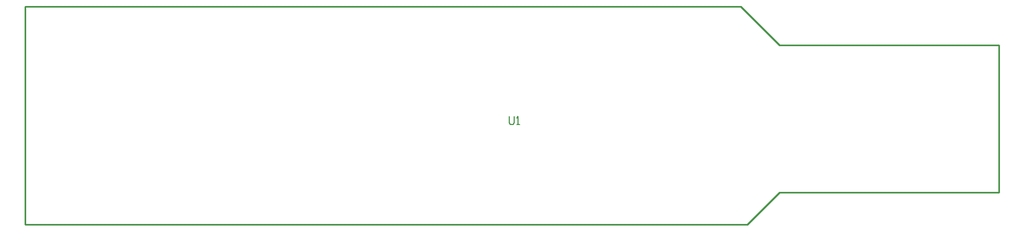
<source format=gm1>
G04*
G04 #@! TF.GenerationSoftware,Altium Limited,Altium Designer,20.0.13 (296)*
G04*
G04 Layer_Color=16711935*
%FSLAX25Y25*%
%MOIN*%
G70*
G01*
G75*
%ADD13C,0.01000*%
%ADD33C,0.00591*%
D13*
X692913Y118110D02*
Y208661D01*
X559055D02*
X692913D01*
X559055Y118110D02*
X692913D01*
X98425Y98425D02*
Y232283D01*
Y98425D02*
X539370D01*
X559055Y118110D01*
X535433Y232283D02*
X559055Y208661D01*
X98425Y232283D02*
X535433D01*
D33*
X394000Y164723D02*
Y160787D01*
X394787Y160000D01*
X396361D01*
X397149Y160787D01*
Y164723D01*
X398723Y160000D02*
X400297D01*
X399510D01*
Y164723D01*
X398723Y163936D01*
M02*

</source>
